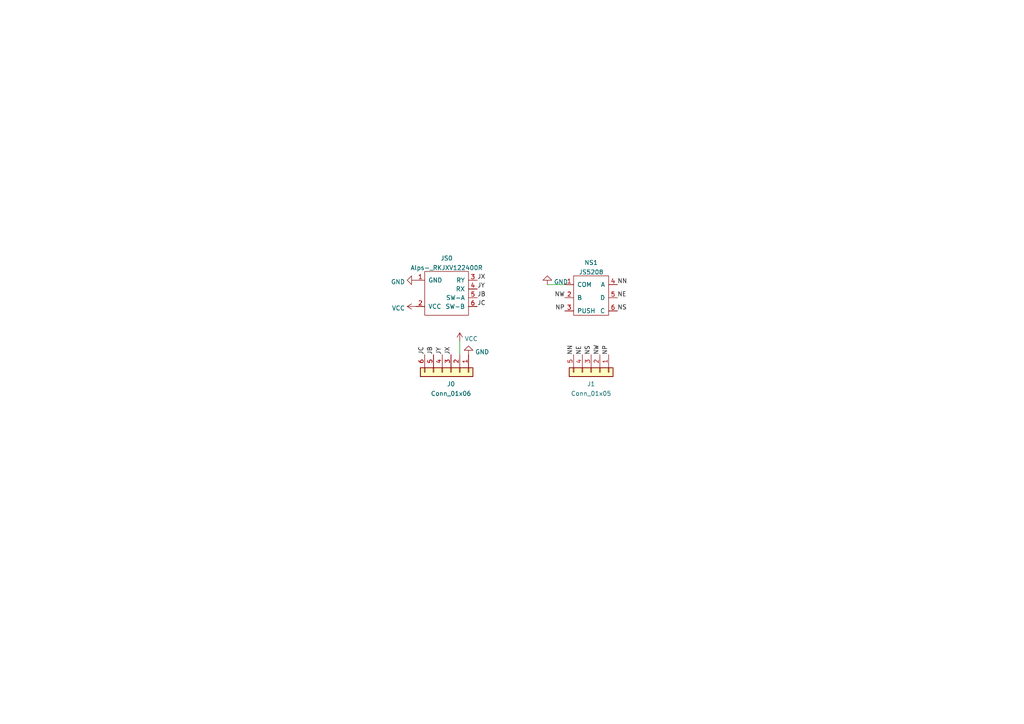
<source format=kicad_sch>
(kicad_sch (version 20211123) (generator eeschema)
  (paper "A4")
  (lib_symbols
    (symbol "AndrewLib-Modules:Alps-_RKJXV122400R" (pin_names (offset 1.016))
      (property "Reference" "SW" (at 0 7.62 0))
      (property "Value" "Alps-_RKJXV122400R" (at 0 -7.62 0))
      (symbol "Alps-_RKJXV122400R_0_1"
        (rectangle (start -6.35 6.35) (end 6.35 -6.35))
      )
      (symbol "Alps-_RKJXV122400R_1_1"
        (pin power_in line (at -8.89 3.81 0) (length 2.54) (name "GND") (number "1"))
        (pin power_in line (at -8.89 -3.81 0) (length 2.54) (name "VCC") (number "2"))
        (pin output line (at 8.89 3.81 180) (length 2.54) (name "RY") (number "3"))
        (pin output line (at 8.89 1.27 180) (length 2.54) (name "RX") (number "4"))
        (pin output line (at 8.89 -1.27 180) (length 2.54) (name "SW-A") (number "5"))
        (pin output line (at 8.89 -3.81 180) (length 2.54) (name "SW-B") (number "6"))
      )
    )
    (symbol "AndrewLib-Modules:JS5208" (pin_names (offset 1.016))
      (property "Reference" "NS" (at 0 7.62 0))
      (property "Value" "JS5208" (at 0 -6.35 0))
      (symbol "JS5208_0_1"
        (rectangle (start -5.08 6.35) (end 5.08 -5.08))
      )
      (symbol "JS5208_1_1"
        (pin passive line (at -7.62 3.81 0) (length 2.54) (name "COM") (number "1"))
        (pin passive line (at -7.62 0 0) (length 2.54) (name "B") (number "2"))
        (pin passive line (at -7.62 -3.81 0) (length 2.54) (name "PUSH") (number "3"))
        (pin passive line (at 7.62 3.81 180) (length 2.54) (name "A") (number "4"))
        (pin passive line (at 7.62 0 180) (length 2.54) (name "D") (number "5"))
        (pin passive line (at 7.62 -3.81 180) (length 2.54) (name "C") (number "6"))
      )
    )
    (symbol "Connector_Generic:Conn_01x05" (pin_names (offset 1.016) hide)
      (property "Reference" "J" (at 0 7.62 0))
      (property "Value" "Conn_01x05" (at 0 -7.62 0))
      (symbol "Conn_01x05_1_1"
        (rectangle (start -1.27 -4.953) (end 0 -5.207) (stroke (width 0.1524)))
        (rectangle (start -1.27 -2.413) (end 0 -2.667) (stroke (width 0.1524)))
        (rectangle (start -1.27 0.127) (end 0 -0.127) (stroke (width 0.1524)))
        (rectangle (start -1.27 2.667) (end 0 2.413) (stroke (width 0.1524)))
        (rectangle (start -1.27 5.207) (end 0 4.953) (stroke (width 0.1524)))
        (rectangle (start -1.27 6.35) (end 1.27 -6.35) (stroke (width 0.254)) (fill (type background)))
        (pin passive line (at -5.08 5.08 0) (length 3.81) (name "Pin_1") (number "1"))
        (pin passive line (at -5.08 2.54 0) (length 3.81) (name "Pin_2") (number "2"))
        (pin passive line (at -5.08 0 0) (length 3.81) (name "Pin_3") (number "3"))
        (pin passive line (at -5.08 -2.54 0) (length 3.81) (name "Pin_4") (number "4"))
        (pin passive line (at -5.08 -5.08 0) (length 3.81) (name "Pin_5") (number "5"))
      )
    )
    (symbol "Connector_Generic:Conn_01x06" (pin_names (offset 1.016) hide)
      (property "Reference" "J" (at 0 7.62 0))
      (property "Value" "Conn_01x06" (at 0 -10.16 0))
      (symbol "Conn_01x06_1_1"
        (rectangle (start -1.27 -7.493) (end 0 -7.747) (stroke (width 0.1524)))
        (rectangle (start -1.27 -4.953) (end 0 -5.207) (stroke (width 0.1524)))
        (rectangle (start -1.27 -2.413) (end 0 -2.667) (stroke (width 0.1524)))
        (rectangle (start -1.27 0.127) (end 0 -0.127) (stroke (width 0.1524)))
        (rectangle (start -1.27 2.667) (end 0 2.413) (stroke (width 0.1524)))
        (rectangle (start -1.27 5.207) (end 0 4.953) (stroke (width 0.1524)))
        (rectangle (start -1.27 6.35) (end 1.27 -8.89) (stroke (width 0.254)) (fill (type background)))
        (pin passive line (at -5.08 5.08 0) (length 3.81) (name "Pin_1") (number "1"))
        (pin passive line (at -5.08 2.54 0) (length 3.81) (name "Pin_2") (number "2"))
        (pin passive line (at -5.08 0 0) (length 3.81) (name "Pin_3") (number "3"))
        (pin passive line (at -5.08 -2.54 0) (length 3.81) (name "Pin_4") (number "4"))
        (pin passive line (at -5.08 -5.08 0) (length 3.81) (name "Pin_5") (number "5"))
        (pin passive line (at -5.08 -7.62 0) (length 3.81) (name "Pin_6") (number "6"))
      )
    )
    (symbol "power:GND" (power) (pin_names (offset 0))
      (property "Value" "GND" (at 0 -3.81 0))
      (symbol "GND_0_1"
        (polyline (pts (xy 0 0) (xy 0 -1.27) (xy 1.27 -1.27) (xy 0 -2.54) (xy -1.27 -1.27) (xy 0 -1.27)))
      )
      (symbol "GND_1_1"
        (pin power_in line (at 0 0 270) (length 0) hide (name "GND") (number "1"))
      )
    )
    (symbol "power:VCC" (power) (pin_names (offset 0))
      (property "Value" "VCC" (at 0 3.81 0))
      (symbol "VCC_0_1"
        (polyline (pts (xy -0.762 1.27) (xy 0 2.54)))
        (polyline (pts (xy 0 0) (xy 0 2.54)))
        (polyline (pts (xy 0 2.54) (xy 0.762 1.27)))
      )
      (symbol "VCC_1_1"
        (pin power_in line (at 0 0 90) (length 0) hide (name "VCC") (number "1"))
      )
    )
  )
  (wire (pts (xy 158.75 82.55) (xy 163.83 82.55)))
  (wire (pts (xy 133.35 99.06) (xy 133.35 102.87)))
  (label "JB" (at 125.73 102.87 90))
  (label "NE" (at 168.91 102.87 90))
  (label "NS" (at 179.07 90.17 0))
  (label "NN" (at 166.37 102.87 90))
  (label "NP" (at 176.53 102.87 90))
  (label "NE" (at 179.07 86.36 0))
  (label "NN" (at 179.07 82.55 0))
  (label "JB" (at 138.43 86.36 0))
  (label "JC" (at 138.43 88.9 0))
  (label "JY" (at 138.43 83.82 0))
  (label "NW" (at 173.99 102.87 90))
  (label "JX" (at 130.81 102.87 90))
  (label "JC" (at 123.19 102.87 90))
  (label "NS" (at 171.45 102.87 90))
  (label "JX" (at 138.43 81.28 0))
  (label "NW" (at 163.83 86.36 180))
  (label "NP" (at 163.83 90.17 180))
  (label "JY" (at 128.27 102.87 90))
  (symbol (lib_id "power:GND") (at 120.65 81.28 270) (unit 1)
    (property "Reference" "#PWR0105" (effects hide))
    (property "Value" "GND" (at 117.4751 81.759 90) (effects (justify right)))
  )
  (symbol (lib_id "power:GND") (at 135.89 102.87 180) (unit 1)
    (property "Reference" "#PWR0101" (effects hide))
    (property "Value" "GND" (at 137.795 102.079 0) (effects (justify right)))
  )
  (symbol (lib_id "Connector_Generic:Conn_01x06") (at 130.81 107.95 270) (unit 1)
    (property "Reference" "J0" (at 130.81 111.3695 90))
    (property "Value" "Conn_01x06" (at 130.81 114.1446 90))
    (property "Footprint" "Connector_PinHeader_2.00mm:PinHeader_1x06_P2.00mm_Vertical_SMD_Pin1Left" (effects hide))
  )
  (symbol (lib_id "power:VCC") (at 120.65 88.9 90) (unit 1)
    (property "Reference" "#PWR0106" (effects hide))
    (property "Value" "VCC" (at 117.475 89.379 90) (effects (justify left)))
  )
  (symbol (lib_id "Connector_Generic:Conn_01x05") (at 171.45 107.95 270) (unit 1)
    (property "Reference" "J1" (at 171.45 111.3695 90))
    (property "Value" "Conn_01x05" (at 171.45 114.1446 90))
    (property "Footprint" "Connector_PinHeader_2.00mm:PinHeader_1x05_P2.00mm_Vertical_SMD_Pin1Left" (effects hide))
  )
  (symbol (lib_id "AndrewLib-Modules:JS5208") (at 171.45 86.36 0) (unit 1)
    (property "Reference" "NS1" (at 171.45 76.1705 0))
    (property "Value" "JS5208" (at 171.45 78.9456 0))
    (property "Footprint" "AndrewLib-Modules:JS5208" (effects hide))
  )
  (symbol (lib_id "power:VCC") (at 133.35 99.06 0) (unit 1)
    (property "Reference" "#PWR0102" (effects hide))
    (property "Value" "VCC" (at 134.747 98.269 0) (effects (justify left)))
  )
  (symbol (lib_id "power:GND") (at 158.75 82.55 180) (unit 1)
    (property "Reference" "#PWR0103" (effects hide))
    (property "Value" "GND" (at 160.655 81.759 0) (effects (justify right)))
  )
  (symbol (lib_id "AndrewLib-Modules:Alps-_RKJXV122400R") (at 129.54 85.09 0) (unit 1)
    (property "Reference" "JS0" (at 129.54 74.9005 0))
    (property "Value" "Alps-_RKJXV122400R" (at 129.54 77.6756 0))
    (property "Footprint" "AndrewLib-Modules:Alps-RKJXV1224" (effects hide))
  )
)
</source>
